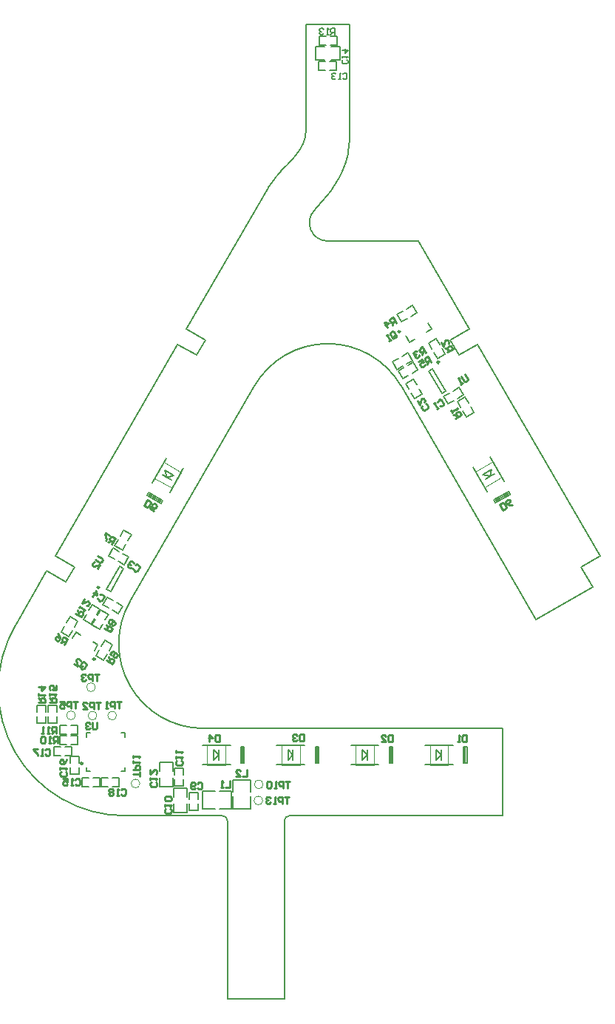
<source format=gbo>
G04*
G04 #@! TF.GenerationSoftware,Altium Limited,Altium Designer,19.0.12 (326)*
G04*
G04 Layer_Color=32896*
%FSLAX44Y44*%
%MOMM*%
G71*
G01*
G75*
%ADD10C,0.2500*%
%ADD12C,0.2540*%
%ADD13C,0.1270*%
%ADD14C,0.0500*%
%ADD15C,0.0500*%
%ADD94C,0.0999*%
%ADD95C,0.2000*%
%ADD96C,0.1981*%
%ADD97C,0.1778*%
D10*
X-151634Y389256D02*
G03*
X-151634Y389256I-1250J0D01*
G01*
X-146868Y471525D02*
G03*
X-146868Y471525I-1250J0D01*
G01*
X197728Y764462D02*
G03*
X197728Y764462I-1250J0D01*
G01*
X242533Y729422D02*
G03*
X242533Y729422I-1250J0D01*
G01*
X-165816Y269904D02*
G03*
X-165816Y269904I-1250J0D01*
G01*
D12*
X-203884Y339911D02*
X-196266D01*
Y343720D01*
X-197536Y344990D01*
X-200075D01*
X-201345Y343720D01*
Y339911D01*
Y342450D02*
X-203884Y344990D01*
Y347529D02*
Y350068D01*
Y348798D01*
X-196266D01*
X-197536Y347529D01*
X-196266Y358955D02*
Y353877D01*
X-200075D01*
X-198806Y356416D01*
Y357686D01*
X-200075Y358955D01*
X-202614D01*
X-203884Y357686D01*
Y355146D01*
X-202614Y353877D01*
X-216886Y339657D02*
X-209268D01*
Y343466D01*
X-210538Y344736D01*
X-213077D01*
X-214347Y343466D01*
Y339657D01*
Y342196D02*
X-216886Y344736D01*
Y347275D02*
Y349814D01*
Y348544D01*
X-209268D01*
X-210538Y347275D01*
X-216886Y357431D02*
X-209268D01*
X-213077Y353623D01*
Y358701D01*
X-149091Y507618D02*
X-143594Y504444D01*
X-143129Y502710D01*
X-144398Y500510D01*
X-146133Y500046D01*
X-151630Y503220D01*
X-148842Y492814D02*
X-146303Y497212D01*
X-153240Y495353D01*
X-154339Y495988D01*
X-154804Y497722D01*
X-153534Y499921D01*
X-151800Y500386D01*
X-173928Y441390D02*
X-167331Y437582D01*
X-165427Y440880D01*
X-165892Y442615D01*
X-168091Y443884D01*
X-169825Y443419D01*
X-171729Y440121D01*
X-170460Y442320D02*
X-171389Y445788D01*
X-170120Y447988D02*
X-168850Y450187D01*
X-169485Y449087D01*
X-162888Y445278D01*
X-164622Y444813D01*
X-164407Y457883D02*
X-166946Y453485D01*
X-160009Y455344D01*
X-158909Y454709D01*
X-158444Y452975D01*
X-159714Y450776D01*
X-161448Y450311D01*
X-138626Y387604D02*
X-132029Y383795D01*
X-130125Y387094D01*
X-130590Y388828D01*
X-132789Y390098D01*
X-134523Y389633D01*
X-136427Y386334D01*
X-135158Y388533D02*
X-136087Y392002D01*
X-133718Y393566D02*
X-134183Y395300D01*
X-132913Y397500D01*
X-131179Y397964D01*
X-126781Y395425D01*
X-126316Y393691D01*
X-127586Y391492D01*
X-129320Y391027D01*
X-130420Y391662D01*
X-130884Y393396D01*
X-128980Y396695D01*
X-140800Y424434D02*
X-134203Y420625D01*
X-132299Y423924D01*
X-132763Y425658D01*
X-134962Y426928D01*
X-136697Y426463D01*
X-138601Y423164D01*
X-137331Y425363D02*
X-138261Y428832D01*
X-131494Y427857D02*
X-129760Y428322D01*
X-128490Y430521D01*
X-128955Y432255D01*
X-130054Y432890D01*
X-131788Y432425D01*
X-132253Y434159D01*
X-133353Y434794D01*
X-135087Y434329D01*
X-136356Y432131D01*
X-135892Y430396D01*
X-134792Y429761D01*
X-133058Y430226D01*
X-132593Y428492D01*
X-131494Y427857D01*
X-133058Y430226D02*
X-131788Y432425D01*
X227076Y740156D02*
X223267Y746753D01*
X219969Y744849D01*
X219504Y743114D01*
X220774Y740915D01*
X222508Y740451D01*
X225806Y742355D01*
X223607Y741085D02*
X222678Y737617D01*
X217305Y741845D02*
X215571Y742309D01*
X213372Y741040D01*
X212907Y739305D01*
X213542Y738206D01*
X215276Y737741D01*
X216376Y738376D01*
X215276Y737741D01*
X214811Y736007D01*
X215446Y734908D01*
X217181Y734443D01*
X219380Y735712D01*
X219844Y737447D01*
X-168863Y381083D02*
X-166324Y385481D01*
X-164590Y385945D01*
X-162391Y384676D01*
X-161926Y382942D01*
X-164465Y378544D01*
X-166199Y378079D01*
X-168398Y379348D01*
X-166029Y380913D02*
X-169498Y379983D01*
X-168398Y379348D02*
X-168863Y381083D01*
X-176095Y383792D02*
X-171697Y381253D01*
X-173556Y388190D01*
X-172921Y389289D01*
X-171187Y389754D01*
X-168988Y388484D01*
X-168523Y386750D01*
X188900Y757258D02*
X186360Y761656D01*
X186825Y763391D01*
X189024Y764660D01*
X190758Y764195D01*
X193298Y759798D01*
X192833Y758063D01*
X190634Y756794D01*
X190464Y759627D02*
X189534Y756159D01*
X190634Y756794D02*
X188900Y757258D01*
X187335Y754889D02*
X185137Y753620D01*
X186236Y754254D01*
X182427Y760851D01*
X184161Y760387D01*
X22606Y262633D02*
Y255016D01*
X17528D01*
X9910D02*
X14988D01*
X9910Y260094D01*
Y261364D01*
X11180Y262633D01*
X13719D01*
X14988Y261364D01*
X2540Y249933D02*
Y242316D01*
X-2538D01*
X-5077D02*
X-7617D01*
X-6347D01*
Y249933D01*
X-5077Y248664D01*
X-121818Y340358D02*
X-126896D01*
X-124357D01*
Y332740D01*
X-129436D02*
Y340358D01*
X-133244D01*
X-134514Y339088D01*
Y336549D01*
X-133244Y335279D01*
X-129436D01*
X-137053Y332740D02*
X-139592D01*
X-138323D01*
Y340358D01*
X-137053Y339088D01*
X70866Y231646D02*
X65788D01*
X68327D01*
Y224028D01*
X63249D02*
Y231646D01*
X59440D01*
X58170Y230376D01*
Y227837D01*
X59440Y226567D01*
X63249D01*
X55631Y224028D02*
X53092D01*
X54361D01*
Y231646D01*
X55631Y230376D01*
X49283D02*
X48013Y231646D01*
X45474D01*
X44205Y230376D01*
Y229106D01*
X45474Y227837D01*
X46744D01*
X45474D01*
X44205Y226567D01*
Y225298D01*
X45474Y224028D01*
X48013D01*
X49283Y225298D01*
X-100332Y254762D02*
Y259840D01*
Y257301D01*
X-107950D01*
Y262379D02*
X-100332D01*
Y266188D01*
X-101602Y267458D01*
X-104141D01*
X-105411Y266188D01*
Y262379D01*
X-107950Y269997D02*
Y272536D01*
Y271267D01*
X-100332D01*
X-101602Y269997D01*
X-107950Y276345D02*
Y278884D01*
Y277615D01*
X-100332D01*
X-101602Y276345D01*
X71374Y249172D02*
X66296D01*
X68835D01*
Y241554D01*
X63756D02*
Y249172D01*
X59948D01*
X58678Y247902D01*
Y245363D01*
X59948Y244093D01*
X63756D01*
X56139Y241554D02*
X53600D01*
X54869D01*
Y249172D01*
X56139Y247902D01*
X49791D02*
X48521Y249172D01*
X45982D01*
X44713Y247902D01*
Y242824D01*
X45982Y241554D01*
X48521D01*
X49791Y242824D01*
Y247902D01*
X-146731Y372108D02*
X-151809D01*
X-149270D01*
Y364490D01*
X-154348D02*
Y372108D01*
X-158157D01*
X-159426Y370838D01*
Y368299D01*
X-158157Y367029D01*
X-154348D01*
X-161966Y370838D02*
X-163235Y372108D01*
X-165774D01*
X-167044Y370838D01*
Y369568D01*
X-165774Y368299D01*
X-164505D01*
X-165774D01*
X-167044Y367029D01*
Y365760D01*
X-165774Y364490D01*
X-163235D01*
X-161966Y365760D01*
X-145551Y339744D02*
X-150629D01*
X-148090D01*
Y332126D01*
X-153168D02*
Y339744D01*
X-156977D01*
X-158247Y338474D01*
Y335935D01*
X-156977Y334665D01*
X-153168D01*
X-165864Y332126D02*
X-160786D01*
X-165864Y337205D01*
Y338474D01*
X-164594Y339744D01*
X-162055D01*
X-160786Y338474D01*
X-146004Y463158D02*
X-144270Y463623D01*
X-142071Y462353D01*
X-141606Y460619D01*
X-144145Y456221D01*
X-145879Y455756D01*
X-148078Y457026D01*
X-148543Y458760D01*
X-154676Y460835D02*
X-150867Y467432D01*
X-149473Y462229D01*
X-153871Y464768D01*
X226986Y681434D02*
X228721Y680969D01*
X229990Y678770D01*
X229526Y677036D01*
X225128Y674497D01*
X223393Y674961D01*
X222124Y677160D01*
X222588Y678895D01*
X217680Y684857D02*
X220219Y680459D01*
X222078Y687396D01*
X223178Y688031D01*
X224912Y687566D01*
X226181Y685367D01*
X225717Y683633D01*
X-149860Y316735D02*
Y310388D01*
X-151130Y309118D01*
X-153669D01*
X-154938Y310388D01*
Y316735D01*
X-157478Y315466D02*
X-158747Y316735D01*
X-161286D01*
X-162556Y315466D01*
Y314196D01*
X-161286Y312927D01*
X-160017D01*
X-161286D01*
X-162556Y311657D01*
Y310388D01*
X-161286Y309118D01*
X-158747D01*
X-157478Y310388D01*
X272035Y715511D02*
X275209Y710014D01*
X274744Y708279D01*
X272546Y707010D01*
X270811Y707474D01*
X267637Y712972D01*
X269247Y705105D02*
X267048Y703836D01*
X268148Y704470D01*
X264339Y711067D01*
X266073Y710603D01*
X-196326Y304546D02*
Y312164D01*
X-200135D01*
X-201405Y310894D01*
Y308355D01*
X-200135Y307085D01*
X-196326D01*
X-198865D02*
X-201405Y304546D01*
X-203944D02*
X-206483D01*
X-205213D01*
Y312164D01*
X-203944Y310894D01*
X-210292Y304546D02*
X-212831D01*
X-211561D01*
Y312164D01*
X-210292Y310894D01*
X-194964Y292923D02*
Y300540D01*
X-198773D01*
X-200042Y299271D01*
Y296732D01*
X-198773Y295462D01*
X-194964D01*
X-197503D02*
X-200042Y292923D01*
X-202582D02*
X-205121D01*
X-203851D01*
Y300540D01*
X-202582Y299271D01*
X-208930D02*
X-210199Y300540D01*
X-212738D01*
X-214008Y299271D01*
Y294193D01*
X-212738Y292923D01*
X-210199D01*
X-208930Y294193D01*
Y299271D01*
X-132588Y520954D02*
X-128779Y527551D01*
X-132078Y529455D01*
X-133812Y528991D01*
X-135082Y526792D01*
X-134617Y525057D01*
X-131318Y523153D01*
X-133517Y524423D02*
X-136986Y523493D01*
X-135376Y531360D02*
X-139774Y533899D01*
X-140409Y532799D01*
X-138550Y525862D01*
X-139185Y524763D01*
X-187071Y405912D02*
X-183262Y412509D01*
X-186561Y414413D01*
X-188295Y413949D01*
X-189565Y411750D01*
X-189100Y410015D01*
X-185801Y408111D01*
X-188000Y409380D02*
X-191469Y408451D01*
X-194257Y418857D02*
X-192693Y416488D01*
X-191764Y413019D01*
X-193033Y410820D01*
X-194767Y410355D01*
X-196966Y411625D01*
X-197431Y413359D01*
X-196796Y414459D01*
X-195062Y414924D01*
X-191764Y413019D01*
X233426Y729468D02*
X229617Y736065D01*
X226319Y734161D01*
X225854Y732426D01*
X227124Y730227D01*
X228858Y729763D01*
X232156Y731667D01*
X229957Y730397D02*
X229028Y726929D01*
X218622Y729717D02*
X223020Y732256D01*
X224925Y728958D01*
X222091Y728788D01*
X220991Y728153D01*
X220527Y726419D01*
X221796Y724220D01*
X223531Y723755D01*
X225730Y725024D01*
X226194Y726759D01*
X193266Y774446D02*
X189457Y781043D01*
X186159Y779139D01*
X185694Y777404D01*
X186964Y775205D01*
X188698Y774741D01*
X191996Y776645D01*
X189797Y775375D02*
X188868Y771907D01*
X183370Y768733D02*
X179562Y775330D01*
X184765Y773936D01*
X180367Y771397D01*
X251460Y740652D02*
X258057Y744461D01*
X256153Y747759D01*
X254418Y748224D01*
X252219Y746954D01*
X251755Y745220D01*
X253659Y741921D01*
X252389Y744120D02*
X248921Y745050D01*
X245112Y751647D02*
X247651Y747249D01*
X249510Y754186D01*
X250609Y754821D01*
X252344Y754356D01*
X253613Y752157D01*
X253149Y750423D01*
X261366Y664972D02*
X267963Y668781D01*
X266059Y672079D01*
X264324Y672544D01*
X262125Y671274D01*
X261661Y669540D01*
X263565Y666242D01*
X262295Y668441D02*
X258827Y669370D01*
X257557Y671569D02*
X256288Y673768D01*
X256922Y672669D01*
X263519Y676477D01*
X263055Y674743D01*
X315386Y559797D02*
X311577Y566394D01*
X314876Y568299D01*
X316610Y567834D01*
X319149Y563436D01*
X318685Y561702D01*
X315386Y559797D01*
X326381Y566145D02*
X323547Y565975D01*
X320079Y566905D01*
X318809Y569104D01*
X319274Y570838D01*
X321473Y572108D01*
X323207Y571643D01*
X323842Y570543D01*
X323377Y568809D01*
X320079Y566905D01*
X-95556Y565355D02*
X-91747Y571952D01*
X-88449Y570047D01*
X-87984Y568313D01*
X-90523Y563915D01*
X-92258Y563450D01*
X-95556Y565355D01*
X-84561Y559007D02*
X-88959Y561546D01*
X-87055Y564845D01*
X-85491Y562475D01*
X-84391Y561841D01*
X-82657Y562305D01*
X-81387Y564504D01*
X-81852Y566239D01*
X-84051Y567508D01*
X-85785Y567043D01*
X-9498Y302883D02*
Y295266D01*
X-13306D01*
X-14576Y296535D01*
Y301614D01*
X-13306Y302883D01*
X-9498D01*
X-20924Y295266D02*
Y302883D01*
X-17115Y299074D01*
X-22194D01*
X87295Y303141D02*
Y295523D01*
X83486D01*
X82217Y296793D01*
Y301871D01*
X83486Y303141D01*
X87295D01*
X79678Y301871D02*
X78408Y303141D01*
X75869D01*
X74599Y301871D01*
Y300602D01*
X75869Y299332D01*
X77138D01*
X75869D01*
X74599Y298063D01*
Y296793D01*
X75869Y295523D01*
X78408D01*
X79678Y296793D01*
X188764Y302311D02*
Y294694D01*
X184955D01*
X183686Y295963D01*
Y301042D01*
X184955Y302311D01*
X188764D01*
X176068Y294694D02*
X181146D01*
X176068Y299772D01*
Y301042D01*
X177338Y302311D01*
X179877D01*
X181146Y301042D01*
X273774Y302309D02*
Y294691D01*
X269965D01*
X268696Y295961D01*
Y301039D01*
X269965Y302309D01*
X273774D01*
X266156Y294691D02*
X263617D01*
X264887D01*
Y302309D01*
X266156Y301039D01*
X-121838Y239774D02*
X-120569Y241043D01*
X-118030D01*
X-116760Y239774D01*
Y234696D01*
X-118030Y233426D01*
X-120569D01*
X-121838Y234696D01*
X-124378Y233426D02*
X-126917D01*
X-125647D01*
Y241043D01*
X-124378Y239774D01*
X-130725D02*
X-131995Y241043D01*
X-134534D01*
X-135804Y239774D01*
Y238504D01*
X-134534Y237235D01*
X-135804Y235965D01*
Y234696D01*
X-134534Y233426D01*
X-131995D01*
X-130725Y234696D01*
Y235965D01*
X-131995Y237235D01*
X-130725Y238504D01*
Y239774D01*
X-131995Y237235D02*
X-134534D01*
X-208718Y285534D02*
X-207449Y286803D01*
X-204910D01*
X-203640Y285534D01*
Y280455D01*
X-204910Y279186D01*
X-207449D01*
X-208718Y280455D01*
X-211258Y279186D02*
X-213797D01*
X-212527D01*
Y286803D01*
X-211258Y285534D01*
X-217605Y286803D02*
X-222684D01*
Y285534D01*
X-217605Y280455D01*
Y279186D01*
X-185596Y260558D02*
X-184326Y259289D01*
Y256750D01*
X-185596Y255480D01*
X-190674D01*
X-191944Y256750D01*
Y259289D01*
X-190674Y260558D01*
X-191944Y263097D02*
Y265637D01*
Y264367D01*
X-184326D01*
X-185596Y263097D01*
X-184326Y274524D02*
X-185596Y271985D01*
X-188135Y269445D01*
X-190674D01*
X-191944Y270715D01*
Y273254D01*
X-190674Y274524D01*
X-189405D01*
X-188135Y273254D01*
Y269445D01*
X-174642Y251245D02*
X-173373Y252514D01*
X-170834D01*
X-169564Y251245D01*
Y246166D01*
X-170834Y244897D01*
X-173373D01*
X-174642Y246166D01*
X-177182Y244897D02*
X-179721D01*
X-178451D01*
Y252514D01*
X-177182Y251245D01*
X-188608Y252514D02*
X-183529D01*
Y248706D01*
X-186069Y249975D01*
X-187338D01*
X-188608Y248706D01*
Y246166D01*
X-187338Y244897D01*
X-184799D01*
X-183529Y246166D01*
X-82298Y248317D02*
X-81028Y247047D01*
Y244508D01*
X-82298Y243238D01*
X-87376D01*
X-88646Y244508D01*
Y247047D01*
X-87376Y248317D01*
X-88646Y250856D02*
Y253395D01*
Y252125D01*
X-81028D01*
X-82298Y250856D01*
X-88646Y262282D02*
Y257204D01*
X-83568Y262282D01*
X-82298D01*
X-81028Y261012D01*
Y258473D01*
X-82298Y257204D01*
X-52834Y272879D02*
X-51564Y271609D01*
Y269070D01*
X-52834Y267800D01*
X-57912D01*
X-59182Y269070D01*
Y271609D01*
X-57912Y272879D01*
X-59182Y275418D02*
Y277957D01*
Y276687D01*
X-51564D01*
X-52834Y275418D01*
X-59182Y281766D02*
Y284305D01*
Y283035D01*
X-51564D01*
X-52834Y281766D01*
X-65788Y218184D02*
X-64518Y216915D01*
Y214376D01*
X-65788Y213106D01*
X-70866D01*
X-72136Y214376D01*
Y216915D01*
X-70866Y218184D01*
X-72136Y220723D02*
Y223263D01*
Y221993D01*
X-64518D01*
X-65788Y220723D01*
Y227071D02*
X-64518Y228341D01*
Y230880D01*
X-65788Y232150D01*
X-70866D01*
X-72136Y230880D01*
Y228341D01*
X-70866Y227071D01*
X-65788D01*
X-34288Y246886D02*
X-33019Y248155D01*
X-30480D01*
X-29210Y246886D01*
Y241808D01*
X-30480Y240538D01*
X-33019D01*
X-34288Y241808D01*
X-36827D02*
X-38097Y240538D01*
X-40636D01*
X-41906Y241808D01*
Y246886D01*
X-40636Y248155D01*
X-38097D01*
X-36827Y246886D01*
Y245616D01*
X-38097Y244347D01*
X-41906D01*
X-105364Y497241D02*
X-103630Y497705D01*
X-101431Y496436D01*
X-100966Y494701D01*
X-103505Y490303D01*
X-105239Y489839D01*
X-107438Y491108D01*
X-107903Y492843D01*
X-107563Y498510D02*
X-108028Y500244D01*
X-110227Y501514D01*
X-111961Y501049D01*
X-112596Y499950D01*
X-112131Y498216D01*
X-111032Y497581D01*
X-112131Y498216D01*
X-113865Y497751D01*
X-114500Y496651D01*
X-114036Y494917D01*
X-111837Y493648D01*
X-110102Y494112D01*
X240684Y683720D02*
X241149Y685455D01*
X243348Y686724D01*
X245082Y686260D01*
X247621Y681862D01*
X247157Y680127D01*
X244958Y678858D01*
X243223Y679322D01*
X241659Y676953D02*
X239460Y675684D01*
X240560Y676319D01*
X236751Y682915D01*
X238485Y682451D01*
X-171342Y340278D02*
X-176420D01*
X-173881D01*
Y332660D01*
X-178960D02*
Y340278D01*
X-182768D01*
X-184038Y339008D01*
Y336469D01*
X-182768Y335199D01*
X-178960D01*
X-191655Y340278D02*
X-186577D01*
Y336469D01*
X-189116Y337738D01*
X-190386D01*
X-191655Y336469D01*
Y333930D01*
X-190386Y332660D01*
X-187847D01*
X-186577Y333930D01*
D13*
X-195804Y328930D02*
Y336550D01*
X-205964D02*
X-195804D01*
X-205964Y328930D02*
Y336550D01*
Y316230D02*
Y323850D01*
Y316230D02*
X-195804D01*
Y323850D01*
X-218126Y316230D02*
Y323850D01*
Y316230D02*
X-207966D01*
Y323850D01*
Y328930D02*
Y336550D01*
X-218126D02*
X-207966D01*
X-218126Y328930D02*
Y336550D01*
X117602Y1092454D02*
X125222D01*
Y1102614D01*
X117602D02*
X125222D01*
X104902D02*
X112522D01*
X104902Y1092454D02*
Y1102614D01*
Y1092454D02*
X112522D01*
X26416Y218186D02*
Y232156D01*
X6096Y218186D02*
X26416D01*
X6096D02*
Y232156D01*
Y237236D02*
Y251206D01*
X26416D01*
Y237236D02*
Y251206D01*
X-9398Y238506D02*
X4572D01*
Y218186D02*
Y238506D01*
X-9398Y218186D02*
X4572D01*
X-28448D02*
X-14478D01*
X-28448D02*
Y238506D01*
X-14478D01*
X-165181Y434177D02*
X-161371Y440776D01*
X-165181Y434177D02*
X-156383Y429097D01*
X-152573Y435696D01*
X-150033Y440096D02*
X-146223Y446695D01*
X-155021Y451775D02*
X-146223Y446695D01*
X-158831Y445176D02*
X-155021Y451775D01*
X-155279Y428335D02*
X-151469Y434934D01*
X-155279Y428335D02*
X-146481Y423255D01*
X-142671Y429854D01*
X-140131Y434254D02*
X-136321Y440853D01*
X-145119Y445933D02*
X-136321Y440853D01*
X-148929Y439334D02*
X-145119Y445933D01*
X-135431Y399202D02*
X-131621Y405801D01*
X-140420Y410881D02*
X-131621Y405801D01*
X-144230Y404282D02*
X-140420Y410881D01*
X-150580Y393283D02*
X-146770Y399882D01*
X-150580Y393283D02*
X-141781Y388203D01*
X-137971Y394802D01*
X188841Y729823D02*
X195440Y733633D01*
X188841Y729823D02*
X193921Y721025D01*
X200520Y724835D01*
X204920Y727375D02*
X211519Y731185D01*
X206439Y739983D02*
X211519Y731185D01*
X199840Y736173D02*
X206439Y739983D01*
X-126873Y453999D02*
X-120273Y450189D01*
X-125353Y441390D02*
X-120273Y450189D01*
X-131952Y445201D02*
X-125353Y441390D01*
X-142951Y451550D02*
X-136352Y447741D01*
X-142951Y451550D02*
X-137871Y460349D01*
X-131272Y456539D01*
X-136053Y507665D02*
X-129454Y503855D01*
X-136053Y507665D02*
X-130973Y516463D01*
X-124374Y512653D01*
X-119974Y510113D02*
X-113375Y506303D01*
X-118455Y497505D02*
X-113375Y506303D01*
X-125054Y501315D02*
X-118455Y497505D01*
X219283Y699094D02*
X223093Y692495D01*
X214295Y687415D02*
X223093Y692495D01*
X210485Y694014D02*
X214295Y687415D01*
X204135Y705013D02*
X207945Y698414D01*
X204135Y705013D02*
X212933Y710093D01*
X216743Y703494D01*
X258740Y696549D02*
X265339Y700359D01*
X270419Y691561D01*
X263820Y687751D02*
X270419Y691561D01*
X252821Y681401D02*
X259420Y685211D01*
X247741Y690199D02*
X252821Y681401D01*
X247741Y690199D02*
X254340Y694009D01*
X206416Y725505D02*
X213015Y729315D01*
X218095Y720517D01*
X211496Y716707D02*
X218095Y720517D01*
X200497Y710357D02*
X207096Y714167D01*
X195417Y719155D02*
X200497Y710357D01*
X195417Y719155D02*
X202016Y722965D01*
X198973Y775381D02*
X205572Y779191D01*
X193893Y784179D02*
X198973Y775381D01*
X193893Y784179D02*
X200492Y787989D01*
X204892Y790529D02*
X211491Y794339D01*
X216571Y785541D01*
X209972Y781731D02*
X216571Y785541D01*
X230459Y751241D02*
X234269Y744642D01*
X230459Y751241D02*
X239258Y756321D01*
X243068Y749722D01*
X245608Y745322D02*
X249418Y738723D01*
X240619Y733643D02*
X249418Y738723D01*
X236809Y740242D02*
X240619Y733643D01*
X263317Y684185D02*
X267127Y677586D01*
X263317Y684185D02*
X272115Y689265D01*
X275925Y682666D01*
X278465Y678266D02*
X282275Y671667D01*
X273477Y666587D02*
X282275Y671667D01*
X269667Y673186D02*
X273477Y666587D01*
X104649Y1063560D02*
X112269D01*
X104649D02*
Y1073720D01*
X112269D01*
X117349D02*
X124969D01*
Y1063560D02*
Y1073720D01*
X117349Y1063560D02*
X124969D01*
X118364Y1090676D02*
X128524D01*
Y1075436D02*
Y1090676D01*
X118364Y1075436D02*
X128524D01*
X100584D02*
X110744D01*
X100584D02*
Y1090676D01*
X110744D01*
X-191662Y303273D02*
X-184042D01*
X-191662D02*
Y313433D01*
X-184042D01*
X-178962D02*
X-171342D01*
Y303273D02*
Y313433D01*
X-178962Y303273D02*
X-171342D01*
X-191662Y291843D02*
X-184042D01*
X-191662D02*
Y302003D01*
X-184042D01*
X-178962D02*
X-171342D01*
Y291843D02*
Y302003D01*
X-178962Y291843D02*
X-171342D01*
X-120315Y514187D02*
X-116505Y520786D01*
X-129113Y519267D02*
X-120315Y514187D01*
X-129113Y519267D02*
X-125303Y525866D01*
X-122763Y530266D02*
X-118953Y536865D01*
X-110155Y531785D01*
X-113965Y525186D02*
X-110155Y531785D01*
X-181529Y415147D02*
X-177719Y421746D01*
X-190327Y420227D02*
X-181529Y415147D01*
X-190327Y420227D02*
X-186517Y426826D01*
X-183977Y431226D02*
X-180167Y437825D01*
X-171369Y432745D01*
X-175179Y426146D02*
X-171369Y432745D01*
X-144192Y243586D02*
X-136572D01*
X-144192D02*
Y253746D01*
X-136572D01*
X-131492D02*
X-123872D01*
Y243586D02*
Y253746D01*
X-131492Y243586D02*
X-123872D01*
X-198560Y278697D02*
X-190940D01*
X-198560D02*
Y288857D01*
X-190940D01*
X-185860D02*
X-178240D01*
Y278697D02*
Y288857D01*
X-185860Y278697D02*
X-178240D01*
X-180480Y270017D02*
Y277637D01*
X-170320D01*
Y270017D02*
Y277637D01*
Y257317D02*
Y264937D01*
X-180480Y257317D02*
X-170320D01*
X-180480D02*
Y264937D01*
X-166798Y243586D02*
X-159178D01*
X-166798D02*
Y253746D01*
X-159178D01*
X-154098D02*
X-146478D01*
Y243586D02*
Y253746D01*
X-154098Y243586D02*
X-146478D01*
X-62484Y243332D02*
Y253492D01*
X-77724Y243332D02*
X-62484D01*
X-77724D02*
Y253492D01*
Y261112D02*
Y271272D01*
X-62484D01*
Y261112D02*
Y271272D01*
X-50800Y256342D02*
Y263962D01*
X-60960D02*
X-50800D01*
X-60960Y256342D02*
Y263962D01*
Y243642D02*
Y251262D01*
Y243642D02*
X-50800D01*
Y251262D01*
X-61214Y231140D02*
Y241300D01*
X-45974D01*
Y231140D02*
Y241300D01*
Y213360D02*
Y223520D01*
X-61214Y213360D02*
X-45974D01*
X-61214D02*
Y223520D01*
X-43688Y216451D02*
Y224071D01*
Y216451D02*
X-33528D01*
Y224071D01*
Y229151D02*
Y236771D01*
X-43688D02*
X-33528D01*
X-43688Y229151D02*
Y236771D01*
X71033Y210000D02*
G03*
X65000Y203904I31J-6065D01*
G01*
X0Y203812D02*
G03*
X-5942Y210000I-6065J123D01*
G01*
X-111533Y455503D02*
G03*
X-27532Y310000I84003J-48502D01*
G01*
X198813Y702019D02*
G03*
X30804Y702023I-84006J-48498D01*
G01*
X100117Y903997D02*
G03*
X114813Y867997I14697J-15000D01*
G01*
X100117Y903997D02*
G03*
X118069Y924838I-112752J115276D01*
G01*
X86550Y979398D02*
G03*
X88952Y986455I-34722J15755D01*
G01*
X55905Y941923D02*
G03*
X46385Y928999I62227J-55807D01*
G01*
X127940Y940646D02*
G03*
X131966Y948976I-104630J55697D01*
G01*
X67301Y954122D02*
G03*
X72986Y960189I-226733J218176D01*
G01*
X137728Y966245D02*
G03*
X139816Y983996I-76944J18047D01*
G01*
X135260Y957526D02*
G03*
X137728Y966245I-88650J29809D01*
G01*
X118069Y924838D02*
G03*
X127940Y940646I-111894J80857D01*
G01*
X72986Y960189D02*
G03*
X78280Y966360I-96757J88364D01*
G01*
X131966Y948976D02*
G03*
X135260Y957526I-96690J42161D01*
G01*
X88952Y986455D02*
G03*
X89816Y993997I-32548J7551D01*
G01*
X78280Y966360D02*
G03*
X82897Y972731I-59537J48000D01*
G01*
D02*
G03*
X86550Y979398I-42719J27740D01*
G01*
X61512Y948065D02*
G03*
X55905Y941922I151760J-144153D01*
G01*
X-243169Y427506D02*
G03*
X-117601Y210003I125572J-72503D01*
G01*
X0Y0D02*
Y203812D01*
X65000Y0D02*
Y203904D01*
X0Y0D02*
X65000D01*
X353156Y434674D02*
X418158Y472087D01*
X198813Y702019D02*
X353156Y434674D01*
X405003Y494874D02*
X418158Y472087D01*
X405003Y494874D02*
X426654Y507374D01*
X286664Y749856D02*
X426654Y507374D01*
X218461Y867994D02*
X276665Y767177D01*
X255014Y754678D02*
X276665Y767177D01*
X265013Y737357D02*
X286664Y749856D01*
X255014Y754678D02*
X265013Y737357D01*
X114813Y867997D02*
X218461Y867994D01*
X139816Y983996D02*
X139816Y1003996D01*
X89816Y993997D02*
X89816Y1003997D01*
X61512Y948065D02*
X67301Y954122D01*
X-47044Y767185D02*
X46385Y928999D01*
X-47044Y767185D02*
X-25393Y754685D01*
X-35394Y737365D02*
X-25393Y754685D01*
X-57044Y749865D02*
X-35394Y737365D01*
X-197046Y507389D02*
X-57044Y749865D01*
X-111533Y455503D02*
X30804Y702023D01*
X-27532Y310000D02*
X314799Y309992D01*
X-243169Y427506D02*
X-207046Y490069D01*
X-185396Y477568D02*
X-175396Y494889D01*
X-197046Y507389D02*
X-175396Y494889D01*
X-207046Y490069D02*
X-185396Y477568D01*
X-117601Y210003D02*
X-5942Y210000D01*
X71033Y210000D02*
X314799D01*
Y309992D01*
X139816Y1003996D02*
Y1115996D01*
X89818D02*
X139816D01*
X89816Y1003997D02*
Y1115997D01*
D14*
X-23201Y290999D02*
X-2201D01*
Y267999D02*
Y290999D01*
X-23201Y267999D02*
X-2201D01*
X-23201D02*
Y290999D01*
X61796Y290997D02*
X82795D01*
Y267997D02*
Y290997D01*
X61796Y267997D02*
X82795D01*
X61796D02*
Y290997D01*
X146797Y291000D02*
X167797D01*
Y268001D02*
Y291000D01*
X146797Y268001D02*
X167797D01*
X146797D02*
Y291000D01*
X231799Y290993D02*
X252799D01*
Y267993D02*
Y290993D01*
X231799Y267993D02*
X252799D01*
X231799D02*
Y290993D01*
D15*
X-83224Y596373D02*
X-72785Y614503D01*
X-63292Y584897D02*
X-52853Y603027D01*
X-72785Y614503D02*
X-52853Y603027D01*
X-83224Y596373D02*
X-63292Y584897D01*
X304030Y615725D02*
X314469Y597595D01*
X284098Y604248D02*
X294537Y586119D01*
X284098Y604248D02*
X304030Y615725D01*
X294537Y586119D02*
X314469Y597595D01*
D94*
X-174324Y324866D02*
G03*
X-174324Y324866I-5000J0D01*
G01*
X-100410Y246888D02*
G03*
X-100410Y246888I-5000J0D01*
G01*
X40306Y227330D02*
G03*
X40306Y227330I-5000J0D01*
G01*
X40814Y245872D02*
G03*
X40814Y245872I-5000J0D01*
G01*
X-151383Y357124D02*
G03*
X-151383Y357124I-5000J0D01*
G01*
X-127104Y324612D02*
G03*
X-127104Y324612I-5000J0D01*
G01*
X-149666D02*
G03*
X-149666Y324612I-5000J0D01*
G01*
D95*
X-152519Y398687D02*
X-148444Y405745D01*
X-154160Y409045D02*
X-148444Y405745D01*
X-177807Y413287D02*
X-173732Y420345D01*
X-168016Y417045D01*
X-138265Y469590D02*
X-133935Y467090D01*
X-123265Y495570D02*
X-118935Y493070D01*
X-138265Y469590D02*
X-123265Y495570D01*
X-133935Y467090D02*
X-118935Y493070D01*
X204463Y759431D02*
X208538Y752373D01*
X214254Y755673D01*
X229751Y774031D02*
X233826Y766973D01*
X228110Y763673D02*
X233826Y766973D01*
X230351Y719358D02*
X245351Y693377D01*
X234681Y721858D02*
X249681Y695877D01*
X245351Y693377D02*
X249681Y695877D01*
X230351Y719358D02*
X234681Y721858D01*
X-161126Y260604D02*
Y264854D01*
Y260604D02*
X-156876D01*
X-121376D02*
X-117126D01*
Y264854D01*
Y300354D02*
Y304604D01*
X-121376D02*
X-117126D01*
X-161126Y300354D02*
Y304604D01*
X-156876D01*
D96*
X321656Y581218D02*
X323432Y578144D01*
X305156Y571547D02*
X306931Y568473D01*
X323386Y577973D01*
X306080Y570147D02*
X322535Y579647D01*
X305202Y571718D02*
X321656Y581218D01*
X-90368Y579972D02*
X-73913Y570472D01*
X-91290Y578426D02*
X-74835Y568926D01*
X-92314Y576852D02*
X-75859Y567352D01*
X-92314Y576852D02*
X-90539Y579926D01*
X-75689Y567398D02*
X-73913Y570472D01*
X15542Y289031D02*
X19092D01*
X15667Y269906D02*
X19217D01*
Y288906D01*
X17342Y270006D02*
Y289006D01*
X15542Y270031D02*
Y289031D01*
X100547Y270029D02*
Y289029D01*
X102347Y270004D02*
Y289004D01*
X104222Y269904D02*
Y288904D01*
X100672Y269904D02*
X104222D01*
X100547Y289029D02*
X104097D01*
X185547Y289027D02*
X189097D01*
X185672Y269902D02*
X189222D01*
Y288902D01*
X187347Y270002D02*
Y289002D01*
X185547Y270027D02*
Y289027D01*
X270547Y270024D02*
Y289024D01*
X272347Y269999D02*
Y288999D01*
X274222Y269899D02*
Y288899D01*
X270672Y269899D02*
X274222D01*
X270547Y289024D02*
X274097D01*
D97*
X301069Y620427D02*
X317069Y592714D01*
X281497Y609127D02*
X297497Y581414D01*
X292707Y600560D02*
X302710Y606335D01*
X300623Y598549D02*
X302710Y606335D01*
X300493Y598474D02*
X300623Y598549D01*
X292707Y600560D02*
X300493Y598474D01*
X295341Y595499D02*
X300493Y598474D01*
X300623Y598549D02*
X305646Y601449D01*
X-69422Y597353D02*
X-64398Y594453D01*
X-74704Y600403D02*
X-69551Y597428D01*
X-71638Y605214D02*
X-69551Y597428D01*
X-69422Y597353D01*
X-61635Y599439D01*
X-71638Y605214D02*
X-61635Y599439D01*
X-85823Y591493D02*
X-69823Y619206D01*
X-66252Y580193D02*
X-50251Y607906D01*
X-28708Y290806D02*
X3292D01*
X-28708Y268206D02*
X3292D01*
X-15683Y273631D02*
Y285181D01*
X-9983Y279481D01*
Y279331D02*
Y279481D01*
X-15683Y273631D02*
X-9983Y279331D01*
Y273381D02*
Y279331D01*
Y279481D02*
Y285281D01*
X75022Y279479D02*
Y285279D01*
Y273379D02*
Y279329D01*
X69322Y273629D02*
X75022Y279329D01*
Y279479D01*
X69322Y285179D02*
X75022Y279479D01*
X69322Y273629D02*
Y285179D01*
X56297Y268204D02*
X88297D01*
X56297Y290804D02*
X88297D01*
X141297Y290801D02*
X173297D01*
X141297Y268202D02*
X173297D01*
X154322Y273627D02*
Y285177D01*
X160022Y279477D01*
Y279326D02*
Y279477D01*
X154322Y273627D02*
X160022Y279326D01*
Y273377D02*
Y279326D01*
Y279477D02*
Y285277D01*
X245022Y279474D02*
Y285274D01*
Y273374D02*
Y279324D01*
X239322Y273624D02*
X245022Y279324D01*
Y279474D01*
X239322Y285174D02*
X245022Y279474D01*
X239322Y273624D02*
Y285174D01*
X226297Y268200D02*
X258297D01*
X226297Y290799D02*
X258297D01*
X122682Y1104646D02*
Y1111502D01*
X119254D01*
X118111Y1110359D01*
Y1108074D01*
X119254Y1106931D01*
X122682D01*
X120397D02*
X118111Y1104646D01*
X115826D02*
X113541D01*
X114684D01*
Y1111502D01*
X115826Y1110359D01*
X110113D02*
X108970Y1111502D01*
X106685D01*
X105542Y1110359D01*
Y1109217D01*
X106685Y1108074D01*
X107828D01*
X106685D01*
X105542Y1106931D01*
Y1105789D01*
X106685Y1104646D01*
X108970D01*
X110113Y1105789D01*
X136777Y1075434D02*
X137920Y1074292D01*
Y1072007D01*
X136777Y1070864D01*
X132207D01*
X131064Y1072007D01*
Y1074292D01*
X132207Y1075434D01*
X131064Y1077720D02*
Y1080005D01*
Y1078862D01*
X137920D01*
X136777Y1077720D01*
X131064Y1086861D02*
X137920D01*
X134492Y1083433D01*
Y1088003D01*
X132081Y1059305D02*
X133224Y1060448D01*
X135509D01*
X136652Y1059305D01*
Y1054735D01*
X135509Y1053592D01*
X133224D01*
X132081Y1054735D01*
X129796Y1053592D02*
X127511D01*
X128654D01*
Y1060448D01*
X129796Y1059305D01*
X124083D02*
X122940Y1060448D01*
X120655D01*
X119513Y1059305D01*
Y1058163D01*
X120655Y1057020D01*
X121798D01*
X120655D01*
X119513Y1055877D01*
Y1054735D01*
X120655Y1053592D01*
X122940D01*
X124083Y1054735D01*
M02*

</source>
